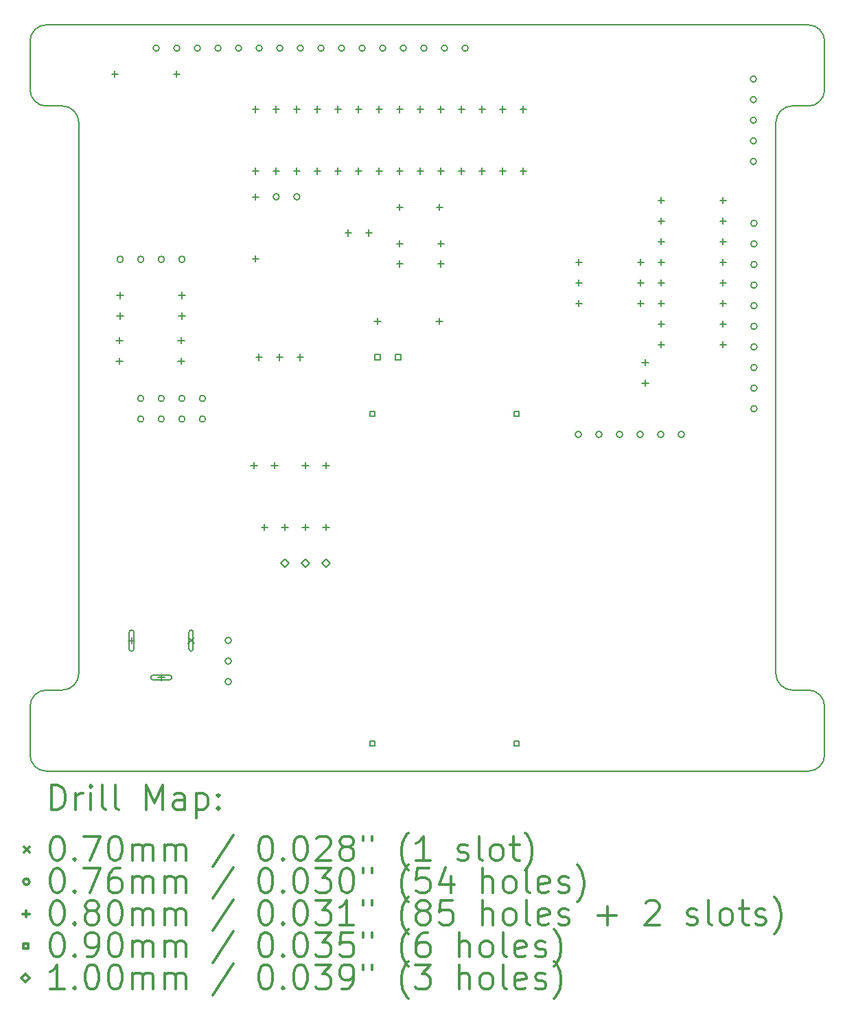
<source format=gbr>
%FSLAX45Y45*%
G04 Gerber Fmt 4.5, Leading zero omitted, Abs format (unit mm)*
G04 Created by KiCad (PCBNEW 4.0.7-e2-6376~58~ubuntu16.04.1) date Mon Oct 15 06:01:08 2018*
%MOMM*%
%LPD*%
G01*
G04 APERTURE LIST*
%ADD10C,0.127000*%
%ADD11C,0.150000*%
%ADD12C,0.200000*%
%ADD13C,0.300000*%
G04 APERTURE END LIST*
D10*
D11*
X18204692Y-13739228D02*
X8804692Y-13739228D01*
X8604692Y-12939228D02*
X8604692Y-13539228D01*
X9004692Y-12739228D02*
X8804692Y-12739228D01*
X9204692Y-5739228D02*
X9204692Y-12539228D01*
X8804692Y-5539228D02*
X9004692Y-5539228D01*
X8604692Y-4739228D02*
X8604692Y-5339228D01*
X18204692Y-4539228D02*
X8804692Y-4539228D01*
X18404692Y-5339228D02*
X18404692Y-4739228D01*
X18004692Y-5539228D02*
X18204692Y-5539228D01*
X17804692Y-12539228D02*
X17804692Y-5739228D01*
X18204692Y-12739228D02*
X18004692Y-12739228D01*
X18404692Y-13539228D02*
X18404692Y-12939228D01*
X8604692Y-13539228D02*
G75*
G03X8804692Y-13739228I200000J0D01*
G01*
X8804692Y-12739228D02*
G75*
G03X8604692Y-12939228I0J-200000D01*
G01*
X9004692Y-12739228D02*
G75*
G03X9204692Y-12539228I0J200000D01*
G01*
X9204692Y-5739228D02*
G75*
G03X9004692Y-5539228I-200000J0D01*
G01*
X8604692Y-5339228D02*
G75*
G03X8804692Y-5539228I200000J0D01*
G01*
X8804692Y-4539228D02*
G75*
G03X8604692Y-4739228I0J-200000D01*
G01*
X18204692Y-13739228D02*
G75*
G03X18404692Y-13539228I0J200000D01*
G01*
X18404692Y-12939228D02*
G75*
G03X18204692Y-12739228I-200000J0D01*
G01*
X17804692Y-12539228D02*
G75*
G03X18004692Y-12739228I200000J0D01*
G01*
X18004692Y-5539228D02*
G75*
G03X17804692Y-5739228I0J-200000D01*
G01*
X18204692Y-5539228D02*
G75*
G03X18404692Y-5339228I0J200000D01*
G01*
X18404692Y-4739228D02*
G75*
G03X18204692Y-4539228I-200000J0D01*
G01*
D12*
X10556000Y-12093500D02*
X10626000Y-12163500D01*
X10626000Y-12093500D02*
X10556000Y-12163500D01*
X10616000Y-12233500D02*
X10616000Y-12023500D01*
X10566000Y-12233500D02*
X10566000Y-12023500D01*
X10616000Y-12023500D02*
G75*
G03X10566000Y-12023500I-25000J0D01*
G01*
X10566000Y-12233500D02*
G75*
G03X10616000Y-12233500I25000J0D01*
G01*
X9753600Y-7429500D02*
G75*
G03X9753600Y-7429500I-38100J0D01*
G01*
X10007600Y-7429500D02*
G75*
G03X10007600Y-7429500I-38100J0D01*
G01*
X10007600Y-9144000D02*
G75*
G03X10007600Y-9144000I-38100J0D01*
G01*
X10007600Y-9398000D02*
G75*
G03X10007600Y-9398000I-38100J0D01*
G01*
X10198100Y-4826000D02*
G75*
G03X10198100Y-4826000I-38100J0D01*
G01*
X10261600Y-7429500D02*
G75*
G03X10261600Y-7429500I-38100J0D01*
G01*
X10261600Y-9144000D02*
G75*
G03X10261600Y-9144000I-38100J0D01*
G01*
X10261600Y-9398000D02*
G75*
G03X10261600Y-9398000I-38100J0D01*
G01*
X10452100Y-4826000D02*
G75*
G03X10452100Y-4826000I-38100J0D01*
G01*
X10515600Y-7429500D02*
G75*
G03X10515600Y-7429500I-38100J0D01*
G01*
X10515600Y-9144000D02*
G75*
G03X10515600Y-9144000I-38100J0D01*
G01*
X10515600Y-9398000D02*
G75*
G03X10515600Y-9398000I-38100J0D01*
G01*
X10706100Y-4826000D02*
G75*
G03X10706100Y-4826000I-38100J0D01*
G01*
X10769600Y-9144000D02*
G75*
G03X10769600Y-9144000I-38100J0D01*
G01*
X10769600Y-9398000D02*
G75*
G03X10769600Y-9398000I-38100J0D01*
G01*
X10960100Y-4826000D02*
G75*
G03X10960100Y-4826000I-38100J0D01*
G01*
X11087100Y-12128500D02*
G75*
G03X11087100Y-12128500I-38100J0D01*
G01*
X11087100Y-12382500D02*
G75*
G03X11087100Y-12382500I-38100J0D01*
G01*
X11087100Y-12636500D02*
G75*
G03X11087100Y-12636500I-38100J0D01*
G01*
X11214100Y-4826000D02*
G75*
G03X11214100Y-4826000I-38100J0D01*
G01*
X11468100Y-4826000D02*
G75*
G03X11468100Y-4826000I-38100J0D01*
G01*
X11678792Y-6658528D02*
G75*
G03X11678792Y-6658528I-38100J0D01*
G01*
X11722100Y-4826000D02*
G75*
G03X11722100Y-4826000I-38100J0D01*
G01*
X11932792Y-6658528D02*
G75*
G03X11932792Y-6658528I-38100J0D01*
G01*
X11976100Y-4826000D02*
G75*
G03X11976100Y-4826000I-38100J0D01*
G01*
X12230100Y-4826000D02*
G75*
G03X12230100Y-4826000I-38100J0D01*
G01*
X12484100Y-4826000D02*
G75*
G03X12484100Y-4826000I-38100J0D01*
G01*
X12738100Y-4826000D02*
G75*
G03X12738100Y-4826000I-38100J0D01*
G01*
X12992100Y-4826000D02*
G75*
G03X12992100Y-4826000I-38100J0D01*
G01*
X13246100Y-4826000D02*
G75*
G03X13246100Y-4826000I-38100J0D01*
G01*
X13500100Y-4826000D02*
G75*
G03X13500100Y-4826000I-38100J0D01*
G01*
X13754100Y-4826000D02*
G75*
G03X13754100Y-4826000I-38100J0D01*
G01*
X14008100Y-4826000D02*
G75*
G03X14008100Y-4826000I-38100J0D01*
G01*
X15405100Y-9588500D02*
G75*
G03X15405100Y-9588500I-38100J0D01*
G01*
X15659100Y-9588500D02*
G75*
G03X15659100Y-9588500I-38100J0D01*
G01*
X15913100Y-9588500D02*
G75*
G03X15913100Y-9588500I-38100J0D01*
G01*
X16167100Y-9588500D02*
G75*
G03X16167100Y-9588500I-38100J0D01*
G01*
X16421100Y-9588500D02*
G75*
G03X16421100Y-9588500I-38100J0D01*
G01*
X16675100Y-9588500D02*
G75*
G03X16675100Y-9588500I-38100J0D01*
G01*
X17564100Y-5207000D02*
G75*
G03X17564100Y-5207000I-38100J0D01*
G01*
X17564100Y-5461000D02*
G75*
G03X17564100Y-5461000I-38100J0D01*
G01*
X17564100Y-5715000D02*
G75*
G03X17564100Y-5715000I-38100J0D01*
G01*
X17564100Y-5969000D02*
G75*
G03X17564100Y-5969000I-38100J0D01*
G01*
X17564100Y-6223000D02*
G75*
G03X17564100Y-6223000I-38100J0D01*
G01*
X17571604Y-6985000D02*
G75*
G03X17571604Y-6985000I-38100J0D01*
G01*
X17571604Y-7239000D02*
G75*
G03X17571604Y-7239000I-38100J0D01*
G01*
X17571604Y-7493000D02*
G75*
G03X17571604Y-7493000I-38100J0D01*
G01*
X17571604Y-7747000D02*
G75*
G03X17571604Y-7747000I-38100J0D01*
G01*
X17571604Y-8001000D02*
G75*
G03X17571604Y-8001000I-38100J0D01*
G01*
X17571604Y-8255000D02*
G75*
G03X17571604Y-8255000I-38100J0D01*
G01*
X17571604Y-8509000D02*
G75*
G03X17571604Y-8509000I-38100J0D01*
G01*
X17571604Y-8763000D02*
G75*
G03X17571604Y-8763000I-38100J0D01*
G01*
X17571604Y-9017000D02*
G75*
G03X17571604Y-9017000I-38100J0D01*
G01*
X17571604Y-9271000D02*
G75*
G03X17571604Y-9271000I-38100J0D01*
G01*
X9652000Y-5103500D02*
X9652000Y-5183500D01*
X9612000Y-5143500D02*
X9692000Y-5143500D01*
X9706192Y-8389528D02*
X9706192Y-8469528D01*
X9666192Y-8429528D02*
X9746192Y-8429528D01*
X9706192Y-8643528D02*
X9706192Y-8723528D01*
X9666192Y-8683528D02*
X9746192Y-8683528D01*
X9715500Y-7834000D02*
X9715500Y-7914000D01*
X9675500Y-7874000D02*
X9755500Y-7874000D01*
X9715500Y-8088000D02*
X9715500Y-8168000D01*
X9675500Y-8128000D02*
X9755500Y-8128000D01*
X9856000Y-12088500D02*
X9856000Y-12168500D01*
X9816000Y-12128500D02*
X9896000Y-12128500D01*
X9886000Y-12228500D02*
X9886000Y-12028500D01*
X9826000Y-12228500D02*
X9826000Y-12028500D01*
X9886000Y-12028500D02*
G75*
G03X9826000Y-12028500I-30000J0D01*
G01*
X9826000Y-12228500D02*
G75*
G03X9886000Y-12228500I30000J0D01*
G01*
X10223500Y-12544000D02*
X10223500Y-12624000D01*
X10183500Y-12584000D02*
X10263500Y-12584000D01*
X10123500Y-12614000D02*
X10323500Y-12614000D01*
X10123500Y-12554000D02*
X10323500Y-12554000D01*
X10323500Y-12614000D02*
G75*
G03X10323500Y-12554000I0J30000D01*
G01*
X10123500Y-12554000D02*
G75*
G03X10123500Y-12614000I0J-30000D01*
G01*
X10414000Y-5103500D02*
X10414000Y-5183500D01*
X10374000Y-5143500D02*
X10454000Y-5143500D01*
X10468192Y-8389528D02*
X10468192Y-8469528D01*
X10428192Y-8429528D02*
X10508192Y-8429528D01*
X10468192Y-8643528D02*
X10468192Y-8723528D01*
X10428192Y-8683528D02*
X10508192Y-8683528D01*
X10477500Y-7834000D02*
X10477500Y-7914000D01*
X10437500Y-7874000D02*
X10517500Y-7874000D01*
X10477500Y-8088000D02*
X10477500Y-8168000D01*
X10437500Y-8128000D02*
X10517500Y-8128000D01*
X11366500Y-9929500D02*
X11366500Y-10009500D01*
X11326500Y-9969500D02*
X11406500Y-9969500D01*
X11386692Y-5539028D02*
X11386692Y-5619028D01*
X11346692Y-5579028D02*
X11426692Y-5579028D01*
X11386692Y-6301028D02*
X11386692Y-6381028D01*
X11346692Y-6341028D02*
X11426692Y-6341028D01*
X11386692Y-6618528D02*
X11386692Y-6698528D01*
X11346692Y-6658528D02*
X11426692Y-6658528D01*
X11386692Y-7380528D02*
X11386692Y-7460528D01*
X11346692Y-7420528D02*
X11426692Y-7420528D01*
X11430000Y-8596000D02*
X11430000Y-8676000D01*
X11390000Y-8636000D02*
X11470000Y-8636000D01*
X11497500Y-10691500D02*
X11497500Y-10771500D01*
X11457500Y-10731500D02*
X11537500Y-10731500D01*
X11620500Y-9929500D02*
X11620500Y-10009500D01*
X11580500Y-9969500D02*
X11660500Y-9969500D01*
X11640692Y-5539028D02*
X11640692Y-5619028D01*
X11600692Y-5579028D02*
X11680692Y-5579028D01*
X11640692Y-6301028D02*
X11640692Y-6381028D01*
X11600692Y-6341028D02*
X11680692Y-6341028D01*
X11684000Y-8596000D02*
X11684000Y-8676000D01*
X11644000Y-8636000D02*
X11724000Y-8636000D01*
X11747500Y-10691500D02*
X11747500Y-10771500D01*
X11707500Y-10731500D02*
X11787500Y-10731500D01*
X11894692Y-5539028D02*
X11894692Y-5619028D01*
X11854692Y-5579028D02*
X11934692Y-5579028D01*
X11894692Y-6301028D02*
X11894692Y-6381028D01*
X11854692Y-6341028D02*
X11934692Y-6341028D01*
X11938000Y-8596000D02*
X11938000Y-8676000D01*
X11898000Y-8636000D02*
X11978000Y-8636000D01*
X12001500Y-9929500D02*
X12001500Y-10009500D01*
X11961500Y-9969500D02*
X12041500Y-9969500D01*
X12001500Y-10691500D02*
X12001500Y-10771500D01*
X11961500Y-10731500D02*
X12041500Y-10731500D01*
X12148692Y-5539028D02*
X12148692Y-5619028D01*
X12108692Y-5579028D02*
X12188692Y-5579028D01*
X12148692Y-6301028D02*
X12148692Y-6381028D01*
X12108692Y-6341028D02*
X12188692Y-6341028D01*
X12255500Y-9929500D02*
X12255500Y-10009500D01*
X12215500Y-9969500D02*
X12295500Y-9969500D01*
X12255500Y-10691500D02*
X12255500Y-10771500D01*
X12215500Y-10731500D02*
X12295500Y-10731500D01*
X12402692Y-5539028D02*
X12402692Y-5619028D01*
X12362692Y-5579028D02*
X12442692Y-5579028D01*
X12402692Y-6301028D02*
X12402692Y-6381028D01*
X12362692Y-6341028D02*
X12442692Y-6341028D01*
X12529692Y-7063028D02*
X12529692Y-7143028D01*
X12489692Y-7103028D02*
X12569692Y-7103028D01*
X12656692Y-5539028D02*
X12656692Y-5619028D01*
X12616692Y-5579028D02*
X12696692Y-5579028D01*
X12656692Y-6301028D02*
X12656692Y-6381028D01*
X12616692Y-6341028D02*
X12696692Y-6341028D01*
X12783692Y-7063028D02*
X12783692Y-7143028D01*
X12743692Y-7103028D02*
X12823692Y-7103028D01*
X12890500Y-8151500D02*
X12890500Y-8231500D01*
X12850500Y-8191500D02*
X12930500Y-8191500D01*
X12910692Y-5539028D02*
X12910692Y-5619028D01*
X12870692Y-5579028D02*
X12950692Y-5579028D01*
X12910692Y-6301028D02*
X12910692Y-6381028D01*
X12870692Y-6341028D02*
X12950692Y-6341028D01*
X13164692Y-5539028D02*
X13164692Y-5619028D01*
X13124692Y-5579028D02*
X13204692Y-5579028D01*
X13164692Y-6301028D02*
X13164692Y-6381028D01*
X13124692Y-6341028D02*
X13204692Y-6341028D01*
X13164692Y-6745528D02*
X13164692Y-6825528D01*
X13124692Y-6785528D02*
X13204692Y-6785528D01*
X13164692Y-7194028D02*
X13164692Y-7274028D01*
X13124692Y-7234028D02*
X13204692Y-7234028D01*
X13164692Y-7444028D02*
X13164692Y-7524028D01*
X13124692Y-7484028D02*
X13204692Y-7484028D01*
X13418692Y-5539028D02*
X13418692Y-5619028D01*
X13378692Y-5579028D02*
X13458692Y-5579028D01*
X13418692Y-6301028D02*
X13418692Y-6381028D01*
X13378692Y-6341028D02*
X13458692Y-6341028D01*
X13652500Y-8151500D02*
X13652500Y-8231500D01*
X13612500Y-8191500D02*
X13692500Y-8191500D01*
X13654692Y-6745528D02*
X13654692Y-6825528D01*
X13614692Y-6785528D02*
X13694692Y-6785528D01*
X13672692Y-5539028D02*
X13672692Y-5619028D01*
X13632692Y-5579028D02*
X13712692Y-5579028D01*
X13672692Y-6301028D02*
X13672692Y-6381028D01*
X13632692Y-6341028D02*
X13712692Y-6341028D01*
X13672692Y-7194028D02*
X13672692Y-7274028D01*
X13632692Y-7234028D02*
X13712692Y-7234028D01*
X13672692Y-7444028D02*
X13672692Y-7524028D01*
X13632692Y-7484028D02*
X13712692Y-7484028D01*
X13926692Y-5539028D02*
X13926692Y-5619028D01*
X13886692Y-5579028D02*
X13966692Y-5579028D01*
X13926692Y-6301028D02*
X13926692Y-6381028D01*
X13886692Y-6341028D02*
X13966692Y-6341028D01*
X14180692Y-5539028D02*
X14180692Y-5619028D01*
X14140692Y-5579028D02*
X14220692Y-5579028D01*
X14180692Y-6301028D02*
X14180692Y-6381028D01*
X14140692Y-6341028D02*
X14220692Y-6341028D01*
X14434692Y-5539028D02*
X14434692Y-5619028D01*
X14394692Y-5579028D02*
X14474692Y-5579028D01*
X14434692Y-6301028D02*
X14434692Y-6381028D01*
X14394692Y-6341028D02*
X14474692Y-6341028D01*
X14688692Y-5539028D02*
X14688692Y-5619028D01*
X14648692Y-5579028D02*
X14728692Y-5579028D01*
X14688692Y-6301028D02*
X14688692Y-6381028D01*
X14648692Y-6341028D02*
X14728692Y-6341028D01*
X15374504Y-7424305D02*
X15374504Y-7504305D01*
X15334504Y-7464305D02*
X15414504Y-7464305D01*
X15374504Y-7678305D02*
X15374504Y-7758305D01*
X15334504Y-7718305D02*
X15414504Y-7718305D01*
X15374504Y-7932305D02*
X15374504Y-8012305D01*
X15334504Y-7972305D02*
X15414504Y-7972305D01*
X16136504Y-7424305D02*
X16136504Y-7504305D01*
X16096504Y-7464305D02*
X16176504Y-7464305D01*
X16136504Y-7678305D02*
X16136504Y-7758305D01*
X16096504Y-7718305D02*
X16176504Y-7718305D01*
X16136504Y-7932305D02*
X16136504Y-8012305D01*
X16096504Y-7972305D02*
X16176504Y-7972305D01*
X16192500Y-8659500D02*
X16192500Y-8739500D01*
X16152500Y-8699500D02*
X16232500Y-8699500D01*
X16192500Y-8913500D02*
X16192500Y-8993500D01*
X16152500Y-8953500D02*
X16232500Y-8953500D01*
X16390504Y-6662305D02*
X16390504Y-6742305D01*
X16350504Y-6702305D02*
X16430504Y-6702305D01*
X16390504Y-6916305D02*
X16390504Y-6996305D01*
X16350504Y-6956305D02*
X16430504Y-6956305D01*
X16390504Y-7170305D02*
X16390504Y-7250305D01*
X16350504Y-7210305D02*
X16430504Y-7210305D01*
X16390504Y-7424305D02*
X16390504Y-7504305D01*
X16350504Y-7464305D02*
X16430504Y-7464305D01*
X16390504Y-7678305D02*
X16390504Y-7758305D01*
X16350504Y-7718305D02*
X16430504Y-7718305D01*
X16390504Y-7932305D02*
X16390504Y-8012305D01*
X16350504Y-7972305D02*
X16430504Y-7972305D01*
X16390504Y-8186305D02*
X16390504Y-8266305D01*
X16350504Y-8226305D02*
X16430504Y-8226305D01*
X16390504Y-8440305D02*
X16390504Y-8520305D01*
X16350504Y-8480305D02*
X16430504Y-8480305D01*
X17152504Y-6662305D02*
X17152504Y-6742305D01*
X17112504Y-6702305D02*
X17192504Y-6702305D01*
X17152504Y-6916305D02*
X17152504Y-6996305D01*
X17112504Y-6956305D02*
X17192504Y-6956305D01*
X17152504Y-7170305D02*
X17152504Y-7250305D01*
X17112504Y-7210305D02*
X17192504Y-7210305D01*
X17152504Y-7424305D02*
X17152504Y-7504305D01*
X17112504Y-7464305D02*
X17192504Y-7464305D01*
X17152504Y-7678305D02*
X17152504Y-7758305D01*
X17112504Y-7718305D02*
X17192504Y-7718305D01*
X17152504Y-7932305D02*
X17152504Y-8012305D01*
X17112504Y-7972305D02*
X17192504Y-7972305D01*
X17152504Y-8186305D02*
X17152504Y-8266305D01*
X17112504Y-8226305D02*
X17192504Y-8226305D01*
X17152504Y-8440305D02*
X17152504Y-8520305D01*
X17112504Y-8480305D02*
X17192504Y-8480305D01*
X12858820Y-9366320D02*
X12858820Y-9302680D01*
X12795180Y-9302680D01*
X12795180Y-9366320D01*
X12858820Y-9366320D01*
X12858820Y-13430320D02*
X12858820Y-13366680D01*
X12795180Y-13366680D01*
X12795180Y-13430320D01*
X12858820Y-13430320D01*
X12922320Y-8667820D02*
X12922320Y-8604180D01*
X12858680Y-8604180D01*
X12858680Y-8667820D01*
X12922320Y-8667820D01*
X13176320Y-8667820D02*
X13176320Y-8604180D01*
X13112680Y-8604180D01*
X13112680Y-8667820D01*
X13176320Y-8667820D01*
X14636820Y-9366320D02*
X14636820Y-9302680D01*
X14573180Y-9302680D01*
X14573180Y-9366320D01*
X14636820Y-9366320D01*
X14636820Y-13430320D02*
X14636820Y-13366680D01*
X14573180Y-13366680D01*
X14573180Y-13430320D01*
X14636820Y-13430320D01*
X11747500Y-11226000D02*
X11797500Y-11176000D01*
X11747500Y-11126000D01*
X11697500Y-11176000D01*
X11747500Y-11226000D01*
X12001500Y-11226000D02*
X12051500Y-11176000D01*
X12001500Y-11126000D01*
X11951500Y-11176000D01*
X12001500Y-11226000D01*
X12255500Y-11226000D02*
X12305500Y-11176000D01*
X12255500Y-11126000D01*
X12205500Y-11176000D01*
X12255500Y-11226000D01*
D13*
X8868621Y-14212442D02*
X8868621Y-13912442D01*
X8940049Y-13912442D01*
X8982906Y-13926728D01*
X9011478Y-13955299D01*
X9025763Y-13983871D01*
X9040049Y-14041014D01*
X9040049Y-14083871D01*
X9025763Y-14141014D01*
X9011478Y-14169585D01*
X8982906Y-14198156D01*
X8940049Y-14212442D01*
X8868621Y-14212442D01*
X9168621Y-14212442D02*
X9168621Y-14012442D01*
X9168621Y-14069585D02*
X9182906Y-14041014D01*
X9197192Y-14026728D01*
X9225763Y-14012442D01*
X9254335Y-14012442D01*
X9354335Y-14212442D02*
X9354335Y-14012442D01*
X9354335Y-13912442D02*
X9340049Y-13926728D01*
X9354335Y-13941014D01*
X9368621Y-13926728D01*
X9354335Y-13912442D01*
X9354335Y-13941014D01*
X9540049Y-14212442D02*
X9511478Y-14198156D01*
X9497192Y-14169585D01*
X9497192Y-13912442D01*
X9697192Y-14212442D02*
X9668621Y-14198156D01*
X9654335Y-14169585D01*
X9654335Y-13912442D01*
X10040049Y-14212442D02*
X10040049Y-13912442D01*
X10140049Y-14126728D01*
X10240049Y-13912442D01*
X10240049Y-14212442D01*
X10511478Y-14212442D02*
X10511478Y-14055299D01*
X10497192Y-14026728D01*
X10468621Y-14012442D01*
X10411478Y-14012442D01*
X10382906Y-14026728D01*
X10511478Y-14198156D02*
X10482906Y-14212442D01*
X10411478Y-14212442D01*
X10382906Y-14198156D01*
X10368621Y-14169585D01*
X10368621Y-14141014D01*
X10382906Y-14112442D01*
X10411478Y-14098156D01*
X10482906Y-14098156D01*
X10511478Y-14083871D01*
X10654335Y-14012442D02*
X10654335Y-14312442D01*
X10654335Y-14026728D02*
X10682906Y-14012442D01*
X10740049Y-14012442D01*
X10768621Y-14026728D01*
X10782906Y-14041014D01*
X10797192Y-14069585D01*
X10797192Y-14155299D01*
X10782906Y-14183871D01*
X10768621Y-14198156D01*
X10740049Y-14212442D01*
X10682906Y-14212442D01*
X10654335Y-14198156D01*
X10925763Y-14183871D02*
X10940049Y-14198156D01*
X10925763Y-14212442D01*
X10911478Y-14198156D01*
X10925763Y-14183871D01*
X10925763Y-14212442D01*
X10925763Y-14026728D02*
X10940049Y-14041014D01*
X10925763Y-14055299D01*
X10911478Y-14041014D01*
X10925763Y-14026728D01*
X10925763Y-14055299D01*
X8527192Y-14671728D02*
X8597192Y-14741728D01*
X8597192Y-14671728D02*
X8527192Y-14741728D01*
X8925763Y-14542442D02*
X8954335Y-14542442D01*
X8982906Y-14556728D01*
X8997192Y-14571014D01*
X9011478Y-14599585D01*
X9025763Y-14656728D01*
X9025763Y-14728156D01*
X9011478Y-14785299D01*
X8997192Y-14813871D01*
X8982906Y-14828156D01*
X8954335Y-14842442D01*
X8925763Y-14842442D01*
X8897192Y-14828156D01*
X8882906Y-14813871D01*
X8868621Y-14785299D01*
X8854335Y-14728156D01*
X8854335Y-14656728D01*
X8868621Y-14599585D01*
X8882906Y-14571014D01*
X8897192Y-14556728D01*
X8925763Y-14542442D01*
X9154335Y-14813871D02*
X9168621Y-14828156D01*
X9154335Y-14842442D01*
X9140049Y-14828156D01*
X9154335Y-14813871D01*
X9154335Y-14842442D01*
X9268620Y-14542442D02*
X9468620Y-14542442D01*
X9340049Y-14842442D01*
X9640049Y-14542442D02*
X9668621Y-14542442D01*
X9697192Y-14556728D01*
X9711478Y-14571014D01*
X9725763Y-14599585D01*
X9740049Y-14656728D01*
X9740049Y-14728156D01*
X9725763Y-14785299D01*
X9711478Y-14813871D01*
X9697192Y-14828156D01*
X9668621Y-14842442D01*
X9640049Y-14842442D01*
X9611478Y-14828156D01*
X9597192Y-14813871D01*
X9582906Y-14785299D01*
X9568621Y-14728156D01*
X9568621Y-14656728D01*
X9582906Y-14599585D01*
X9597192Y-14571014D01*
X9611478Y-14556728D01*
X9640049Y-14542442D01*
X9868621Y-14842442D02*
X9868621Y-14642442D01*
X9868621Y-14671014D02*
X9882906Y-14656728D01*
X9911478Y-14642442D01*
X9954335Y-14642442D01*
X9982906Y-14656728D01*
X9997192Y-14685299D01*
X9997192Y-14842442D01*
X9997192Y-14685299D02*
X10011478Y-14656728D01*
X10040049Y-14642442D01*
X10082906Y-14642442D01*
X10111478Y-14656728D01*
X10125763Y-14685299D01*
X10125763Y-14842442D01*
X10268621Y-14842442D02*
X10268621Y-14642442D01*
X10268621Y-14671014D02*
X10282906Y-14656728D01*
X10311478Y-14642442D01*
X10354335Y-14642442D01*
X10382906Y-14656728D01*
X10397192Y-14685299D01*
X10397192Y-14842442D01*
X10397192Y-14685299D02*
X10411478Y-14656728D01*
X10440049Y-14642442D01*
X10482906Y-14642442D01*
X10511478Y-14656728D01*
X10525763Y-14685299D01*
X10525763Y-14842442D01*
X11111478Y-14528156D02*
X10854335Y-14913871D01*
X11497192Y-14542442D02*
X11525763Y-14542442D01*
X11554335Y-14556728D01*
X11568620Y-14571014D01*
X11582906Y-14599585D01*
X11597192Y-14656728D01*
X11597192Y-14728156D01*
X11582906Y-14785299D01*
X11568620Y-14813871D01*
X11554335Y-14828156D01*
X11525763Y-14842442D01*
X11497192Y-14842442D01*
X11468620Y-14828156D01*
X11454335Y-14813871D01*
X11440049Y-14785299D01*
X11425763Y-14728156D01*
X11425763Y-14656728D01*
X11440049Y-14599585D01*
X11454335Y-14571014D01*
X11468620Y-14556728D01*
X11497192Y-14542442D01*
X11725763Y-14813871D02*
X11740049Y-14828156D01*
X11725763Y-14842442D01*
X11711478Y-14828156D01*
X11725763Y-14813871D01*
X11725763Y-14842442D01*
X11925763Y-14542442D02*
X11954335Y-14542442D01*
X11982906Y-14556728D01*
X11997192Y-14571014D01*
X12011477Y-14599585D01*
X12025763Y-14656728D01*
X12025763Y-14728156D01*
X12011477Y-14785299D01*
X11997192Y-14813871D01*
X11982906Y-14828156D01*
X11954335Y-14842442D01*
X11925763Y-14842442D01*
X11897192Y-14828156D01*
X11882906Y-14813871D01*
X11868620Y-14785299D01*
X11854335Y-14728156D01*
X11854335Y-14656728D01*
X11868620Y-14599585D01*
X11882906Y-14571014D01*
X11897192Y-14556728D01*
X11925763Y-14542442D01*
X12140049Y-14571014D02*
X12154335Y-14556728D01*
X12182906Y-14542442D01*
X12254335Y-14542442D01*
X12282906Y-14556728D01*
X12297192Y-14571014D01*
X12311477Y-14599585D01*
X12311477Y-14628156D01*
X12297192Y-14671014D01*
X12125763Y-14842442D01*
X12311477Y-14842442D01*
X12482906Y-14671014D02*
X12454335Y-14656728D01*
X12440049Y-14642442D01*
X12425763Y-14613871D01*
X12425763Y-14599585D01*
X12440049Y-14571014D01*
X12454335Y-14556728D01*
X12482906Y-14542442D01*
X12540049Y-14542442D01*
X12568620Y-14556728D01*
X12582906Y-14571014D01*
X12597192Y-14599585D01*
X12597192Y-14613871D01*
X12582906Y-14642442D01*
X12568620Y-14656728D01*
X12540049Y-14671014D01*
X12482906Y-14671014D01*
X12454335Y-14685299D01*
X12440049Y-14699585D01*
X12425763Y-14728156D01*
X12425763Y-14785299D01*
X12440049Y-14813871D01*
X12454335Y-14828156D01*
X12482906Y-14842442D01*
X12540049Y-14842442D01*
X12568620Y-14828156D01*
X12582906Y-14813871D01*
X12597192Y-14785299D01*
X12597192Y-14728156D01*
X12582906Y-14699585D01*
X12568620Y-14685299D01*
X12540049Y-14671014D01*
X12711478Y-14542442D02*
X12711478Y-14599585D01*
X12825763Y-14542442D02*
X12825763Y-14599585D01*
X13268620Y-14956728D02*
X13254335Y-14942442D01*
X13225763Y-14899585D01*
X13211477Y-14871014D01*
X13197192Y-14828156D01*
X13182906Y-14756728D01*
X13182906Y-14699585D01*
X13197192Y-14628156D01*
X13211477Y-14585299D01*
X13225763Y-14556728D01*
X13254335Y-14513871D01*
X13268620Y-14499585D01*
X13540049Y-14842442D02*
X13368620Y-14842442D01*
X13454335Y-14842442D02*
X13454335Y-14542442D01*
X13425763Y-14585299D01*
X13397192Y-14613871D01*
X13368620Y-14628156D01*
X13882906Y-14828156D02*
X13911477Y-14842442D01*
X13968620Y-14842442D01*
X13997192Y-14828156D01*
X14011477Y-14799585D01*
X14011477Y-14785299D01*
X13997192Y-14756728D01*
X13968620Y-14742442D01*
X13925763Y-14742442D01*
X13897192Y-14728156D01*
X13882906Y-14699585D01*
X13882906Y-14685299D01*
X13897192Y-14656728D01*
X13925763Y-14642442D01*
X13968620Y-14642442D01*
X13997192Y-14656728D01*
X14182906Y-14842442D02*
X14154335Y-14828156D01*
X14140049Y-14799585D01*
X14140049Y-14542442D01*
X14340049Y-14842442D02*
X14311477Y-14828156D01*
X14297192Y-14813871D01*
X14282906Y-14785299D01*
X14282906Y-14699585D01*
X14297192Y-14671014D01*
X14311477Y-14656728D01*
X14340049Y-14642442D01*
X14382906Y-14642442D01*
X14411477Y-14656728D01*
X14425763Y-14671014D01*
X14440049Y-14699585D01*
X14440049Y-14785299D01*
X14425763Y-14813871D01*
X14411477Y-14828156D01*
X14382906Y-14842442D01*
X14340049Y-14842442D01*
X14525763Y-14642442D02*
X14640049Y-14642442D01*
X14568620Y-14542442D02*
X14568620Y-14799585D01*
X14582906Y-14828156D01*
X14611477Y-14842442D01*
X14640049Y-14842442D01*
X14711477Y-14956728D02*
X14725763Y-14942442D01*
X14754335Y-14899585D01*
X14768620Y-14871014D01*
X14782906Y-14828156D01*
X14797192Y-14756728D01*
X14797192Y-14699585D01*
X14782906Y-14628156D01*
X14768620Y-14585299D01*
X14754335Y-14556728D01*
X14725763Y-14513871D01*
X14711477Y-14499585D01*
X8597192Y-15102728D02*
G75*
G03X8597192Y-15102728I-38100J0D01*
G01*
X8925763Y-14938442D02*
X8954335Y-14938442D01*
X8982906Y-14952728D01*
X8997192Y-14967014D01*
X9011478Y-14995585D01*
X9025763Y-15052728D01*
X9025763Y-15124156D01*
X9011478Y-15181299D01*
X8997192Y-15209871D01*
X8982906Y-15224156D01*
X8954335Y-15238442D01*
X8925763Y-15238442D01*
X8897192Y-15224156D01*
X8882906Y-15209871D01*
X8868621Y-15181299D01*
X8854335Y-15124156D01*
X8854335Y-15052728D01*
X8868621Y-14995585D01*
X8882906Y-14967014D01*
X8897192Y-14952728D01*
X8925763Y-14938442D01*
X9154335Y-15209871D02*
X9168621Y-15224156D01*
X9154335Y-15238442D01*
X9140049Y-15224156D01*
X9154335Y-15209871D01*
X9154335Y-15238442D01*
X9268620Y-14938442D02*
X9468620Y-14938442D01*
X9340049Y-15238442D01*
X9711478Y-14938442D02*
X9654335Y-14938442D01*
X9625763Y-14952728D01*
X9611478Y-14967014D01*
X9582906Y-15009871D01*
X9568621Y-15067014D01*
X9568621Y-15181299D01*
X9582906Y-15209871D01*
X9597192Y-15224156D01*
X9625763Y-15238442D01*
X9682906Y-15238442D01*
X9711478Y-15224156D01*
X9725763Y-15209871D01*
X9740049Y-15181299D01*
X9740049Y-15109871D01*
X9725763Y-15081299D01*
X9711478Y-15067014D01*
X9682906Y-15052728D01*
X9625763Y-15052728D01*
X9597192Y-15067014D01*
X9582906Y-15081299D01*
X9568621Y-15109871D01*
X9868621Y-15238442D02*
X9868621Y-15038442D01*
X9868621Y-15067014D02*
X9882906Y-15052728D01*
X9911478Y-15038442D01*
X9954335Y-15038442D01*
X9982906Y-15052728D01*
X9997192Y-15081299D01*
X9997192Y-15238442D01*
X9997192Y-15081299D02*
X10011478Y-15052728D01*
X10040049Y-15038442D01*
X10082906Y-15038442D01*
X10111478Y-15052728D01*
X10125763Y-15081299D01*
X10125763Y-15238442D01*
X10268621Y-15238442D02*
X10268621Y-15038442D01*
X10268621Y-15067014D02*
X10282906Y-15052728D01*
X10311478Y-15038442D01*
X10354335Y-15038442D01*
X10382906Y-15052728D01*
X10397192Y-15081299D01*
X10397192Y-15238442D01*
X10397192Y-15081299D02*
X10411478Y-15052728D01*
X10440049Y-15038442D01*
X10482906Y-15038442D01*
X10511478Y-15052728D01*
X10525763Y-15081299D01*
X10525763Y-15238442D01*
X11111478Y-14924156D02*
X10854335Y-15309871D01*
X11497192Y-14938442D02*
X11525763Y-14938442D01*
X11554335Y-14952728D01*
X11568620Y-14967014D01*
X11582906Y-14995585D01*
X11597192Y-15052728D01*
X11597192Y-15124156D01*
X11582906Y-15181299D01*
X11568620Y-15209871D01*
X11554335Y-15224156D01*
X11525763Y-15238442D01*
X11497192Y-15238442D01*
X11468620Y-15224156D01*
X11454335Y-15209871D01*
X11440049Y-15181299D01*
X11425763Y-15124156D01*
X11425763Y-15052728D01*
X11440049Y-14995585D01*
X11454335Y-14967014D01*
X11468620Y-14952728D01*
X11497192Y-14938442D01*
X11725763Y-15209871D02*
X11740049Y-15224156D01*
X11725763Y-15238442D01*
X11711478Y-15224156D01*
X11725763Y-15209871D01*
X11725763Y-15238442D01*
X11925763Y-14938442D02*
X11954335Y-14938442D01*
X11982906Y-14952728D01*
X11997192Y-14967014D01*
X12011477Y-14995585D01*
X12025763Y-15052728D01*
X12025763Y-15124156D01*
X12011477Y-15181299D01*
X11997192Y-15209871D01*
X11982906Y-15224156D01*
X11954335Y-15238442D01*
X11925763Y-15238442D01*
X11897192Y-15224156D01*
X11882906Y-15209871D01*
X11868620Y-15181299D01*
X11854335Y-15124156D01*
X11854335Y-15052728D01*
X11868620Y-14995585D01*
X11882906Y-14967014D01*
X11897192Y-14952728D01*
X11925763Y-14938442D01*
X12125763Y-14938442D02*
X12311477Y-14938442D01*
X12211477Y-15052728D01*
X12254335Y-15052728D01*
X12282906Y-15067014D01*
X12297192Y-15081299D01*
X12311477Y-15109871D01*
X12311477Y-15181299D01*
X12297192Y-15209871D01*
X12282906Y-15224156D01*
X12254335Y-15238442D01*
X12168620Y-15238442D01*
X12140049Y-15224156D01*
X12125763Y-15209871D01*
X12497192Y-14938442D02*
X12525763Y-14938442D01*
X12554335Y-14952728D01*
X12568620Y-14967014D01*
X12582906Y-14995585D01*
X12597192Y-15052728D01*
X12597192Y-15124156D01*
X12582906Y-15181299D01*
X12568620Y-15209871D01*
X12554335Y-15224156D01*
X12525763Y-15238442D01*
X12497192Y-15238442D01*
X12468620Y-15224156D01*
X12454335Y-15209871D01*
X12440049Y-15181299D01*
X12425763Y-15124156D01*
X12425763Y-15052728D01*
X12440049Y-14995585D01*
X12454335Y-14967014D01*
X12468620Y-14952728D01*
X12497192Y-14938442D01*
X12711478Y-14938442D02*
X12711478Y-14995585D01*
X12825763Y-14938442D02*
X12825763Y-14995585D01*
X13268620Y-15352728D02*
X13254335Y-15338442D01*
X13225763Y-15295585D01*
X13211477Y-15267014D01*
X13197192Y-15224156D01*
X13182906Y-15152728D01*
X13182906Y-15095585D01*
X13197192Y-15024156D01*
X13211477Y-14981299D01*
X13225763Y-14952728D01*
X13254335Y-14909871D01*
X13268620Y-14895585D01*
X13525763Y-14938442D02*
X13382906Y-14938442D01*
X13368620Y-15081299D01*
X13382906Y-15067014D01*
X13411477Y-15052728D01*
X13482906Y-15052728D01*
X13511477Y-15067014D01*
X13525763Y-15081299D01*
X13540049Y-15109871D01*
X13540049Y-15181299D01*
X13525763Y-15209871D01*
X13511477Y-15224156D01*
X13482906Y-15238442D01*
X13411477Y-15238442D01*
X13382906Y-15224156D01*
X13368620Y-15209871D01*
X13797192Y-15038442D02*
X13797192Y-15238442D01*
X13725763Y-14924156D02*
X13654335Y-15138442D01*
X13840049Y-15138442D01*
X14182906Y-15238442D02*
X14182906Y-14938442D01*
X14311477Y-15238442D02*
X14311477Y-15081299D01*
X14297192Y-15052728D01*
X14268620Y-15038442D01*
X14225763Y-15038442D01*
X14197192Y-15052728D01*
X14182906Y-15067014D01*
X14497192Y-15238442D02*
X14468620Y-15224156D01*
X14454335Y-15209871D01*
X14440049Y-15181299D01*
X14440049Y-15095585D01*
X14454335Y-15067014D01*
X14468620Y-15052728D01*
X14497192Y-15038442D01*
X14540049Y-15038442D01*
X14568620Y-15052728D01*
X14582906Y-15067014D01*
X14597192Y-15095585D01*
X14597192Y-15181299D01*
X14582906Y-15209871D01*
X14568620Y-15224156D01*
X14540049Y-15238442D01*
X14497192Y-15238442D01*
X14768620Y-15238442D02*
X14740049Y-15224156D01*
X14725763Y-15195585D01*
X14725763Y-14938442D01*
X14997192Y-15224156D02*
X14968620Y-15238442D01*
X14911478Y-15238442D01*
X14882906Y-15224156D01*
X14868620Y-15195585D01*
X14868620Y-15081299D01*
X14882906Y-15052728D01*
X14911478Y-15038442D01*
X14968620Y-15038442D01*
X14997192Y-15052728D01*
X15011478Y-15081299D01*
X15011478Y-15109871D01*
X14868620Y-15138442D01*
X15125763Y-15224156D02*
X15154335Y-15238442D01*
X15211478Y-15238442D01*
X15240049Y-15224156D01*
X15254335Y-15195585D01*
X15254335Y-15181299D01*
X15240049Y-15152728D01*
X15211478Y-15138442D01*
X15168620Y-15138442D01*
X15140049Y-15124156D01*
X15125763Y-15095585D01*
X15125763Y-15081299D01*
X15140049Y-15052728D01*
X15168620Y-15038442D01*
X15211478Y-15038442D01*
X15240049Y-15052728D01*
X15354335Y-15352728D02*
X15368620Y-15338442D01*
X15397192Y-15295585D01*
X15411478Y-15267014D01*
X15425763Y-15224156D01*
X15440049Y-15152728D01*
X15440049Y-15095585D01*
X15425763Y-15024156D01*
X15411478Y-14981299D01*
X15397192Y-14952728D01*
X15368620Y-14909871D01*
X15354335Y-14895585D01*
X8557192Y-15458728D02*
X8557192Y-15538728D01*
X8517192Y-15498728D02*
X8597192Y-15498728D01*
X8925763Y-15334442D02*
X8954335Y-15334442D01*
X8982906Y-15348728D01*
X8997192Y-15363014D01*
X9011478Y-15391585D01*
X9025763Y-15448728D01*
X9025763Y-15520156D01*
X9011478Y-15577299D01*
X8997192Y-15605871D01*
X8982906Y-15620156D01*
X8954335Y-15634442D01*
X8925763Y-15634442D01*
X8897192Y-15620156D01*
X8882906Y-15605871D01*
X8868621Y-15577299D01*
X8854335Y-15520156D01*
X8854335Y-15448728D01*
X8868621Y-15391585D01*
X8882906Y-15363014D01*
X8897192Y-15348728D01*
X8925763Y-15334442D01*
X9154335Y-15605871D02*
X9168621Y-15620156D01*
X9154335Y-15634442D01*
X9140049Y-15620156D01*
X9154335Y-15605871D01*
X9154335Y-15634442D01*
X9340049Y-15463014D02*
X9311478Y-15448728D01*
X9297192Y-15434442D01*
X9282906Y-15405871D01*
X9282906Y-15391585D01*
X9297192Y-15363014D01*
X9311478Y-15348728D01*
X9340049Y-15334442D01*
X9397192Y-15334442D01*
X9425763Y-15348728D01*
X9440049Y-15363014D01*
X9454335Y-15391585D01*
X9454335Y-15405871D01*
X9440049Y-15434442D01*
X9425763Y-15448728D01*
X9397192Y-15463014D01*
X9340049Y-15463014D01*
X9311478Y-15477299D01*
X9297192Y-15491585D01*
X9282906Y-15520156D01*
X9282906Y-15577299D01*
X9297192Y-15605871D01*
X9311478Y-15620156D01*
X9340049Y-15634442D01*
X9397192Y-15634442D01*
X9425763Y-15620156D01*
X9440049Y-15605871D01*
X9454335Y-15577299D01*
X9454335Y-15520156D01*
X9440049Y-15491585D01*
X9425763Y-15477299D01*
X9397192Y-15463014D01*
X9640049Y-15334442D02*
X9668621Y-15334442D01*
X9697192Y-15348728D01*
X9711478Y-15363014D01*
X9725763Y-15391585D01*
X9740049Y-15448728D01*
X9740049Y-15520156D01*
X9725763Y-15577299D01*
X9711478Y-15605871D01*
X9697192Y-15620156D01*
X9668621Y-15634442D01*
X9640049Y-15634442D01*
X9611478Y-15620156D01*
X9597192Y-15605871D01*
X9582906Y-15577299D01*
X9568621Y-15520156D01*
X9568621Y-15448728D01*
X9582906Y-15391585D01*
X9597192Y-15363014D01*
X9611478Y-15348728D01*
X9640049Y-15334442D01*
X9868621Y-15634442D02*
X9868621Y-15434442D01*
X9868621Y-15463014D02*
X9882906Y-15448728D01*
X9911478Y-15434442D01*
X9954335Y-15434442D01*
X9982906Y-15448728D01*
X9997192Y-15477299D01*
X9997192Y-15634442D01*
X9997192Y-15477299D02*
X10011478Y-15448728D01*
X10040049Y-15434442D01*
X10082906Y-15434442D01*
X10111478Y-15448728D01*
X10125763Y-15477299D01*
X10125763Y-15634442D01*
X10268621Y-15634442D02*
X10268621Y-15434442D01*
X10268621Y-15463014D02*
X10282906Y-15448728D01*
X10311478Y-15434442D01*
X10354335Y-15434442D01*
X10382906Y-15448728D01*
X10397192Y-15477299D01*
X10397192Y-15634442D01*
X10397192Y-15477299D02*
X10411478Y-15448728D01*
X10440049Y-15434442D01*
X10482906Y-15434442D01*
X10511478Y-15448728D01*
X10525763Y-15477299D01*
X10525763Y-15634442D01*
X11111478Y-15320156D02*
X10854335Y-15705871D01*
X11497192Y-15334442D02*
X11525763Y-15334442D01*
X11554335Y-15348728D01*
X11568620Y-15363014D01*
X11582906Y-15391585D01*
X11597192Y-15448728D01*
X11597192Y-15520156D01*
X11582906Y-15577299D01*
X11568620Y-15605871D01*
X11554335Y-15620156D01*
X11525763Y-15634442D01*
X11497192Y-15634442D01*
X11468620Y-15620156D01*
X11454335Y-15605871D01*
X11440049Y-15577299D01*
X11425763Y-15520156D01*
X11425763Y-15448728D01*
X11440049Y-15391585D01*
X11454335Y-15363014D01*
X11468620Y-15348728D01*
X11497192Y-15334442D01*
X11725763Y-15605871D02*
X11740049Y-15620156D01*
X11725763Y-15634442D01*
X11711478Y-15620156D01*
X11725763Y-15605871D01*
X11725763Y-15634442D01*
X11925763Y-15334442D02*
X11954335Y-15334442D01*
X11982906Y-15348728D01*
X11997192Y-15363014D01*
X12011477Y-15391585D01*
X12025763Y-15448728D01*
X12025763Y-15520156D01*
X12011477Y-15577299D01*
X11997192Y-15605871D01*
X11982906Y-15620156D01*
X11954335Y-15634442D01*
X11925763Y-15634442D01*
X11897192Y-15620156D01*
X11882906Y-15605871D01*
X11868620Y-15577299D01*
X11854335Y-15520156D01*
X11854335Y-15448728D01*
X11868620Y-15391585D01*
X11882906Y-15363014D01*
X11897192Y-15348728D01*
X11925763Y-15334442D01*
X12125763Y-15334442D02*
X12311477Y-15334442D01*
X12211477Y-15448728D01*
X12254335Y-15448728D01*
X12282906Y-15463014D01*
X12297192Y-15477299D01*
X12311477Y-15505871D01*
X12311477Y-15577299D01*
X12297192Y-15605871D01*
X12282906Y-15620156D01*
X12254335Y-15634442D01*
X12168620Y-15634442D01*
X12140049Y-15620156D01*
X12125763Y-15605871D01*
X12597192Y-15634442D02*
X12425763Y-15634442D01*
X12511477Y-15634442D02*
X12511477Y-15334442D01*
X12482906Y-15377299D01*
X12454335Y-15405871D01*
X12425763Y-15420156D01*
X12711478Y-15334442D02*
X12711478Y-15391585D01*
X12825763Y-15334442D02*
X12825763Y-15391585D01*
X13268620Y-15748728D02*
X13254335Y-15734442D01*
X13225763Y-15691585D01*
X13211477Y-15663014D01*
X13197192Y-15620156D01*
X13182906Y-15548728D01*
X13182906Y-15491585D01*
X13197192Y-15420156D01*
X13211477Y-15377299D01*
X13225763Y-15348728D01*
X13254335Y-15305871D01*
X13268620Y-15291585D01*
X13425763Y-15463014D02*
X13397192Y-15448728D01*
X13382906Y-15434442D01*
X13368620Y-15405871D01*
X13368620Y-15391585D01*
X13382906Y-15363014D01*
X13397192Y-15348728D01*
X13425763Y-15334442D01*
X13482906Y-15334442D01*
X13511477Y-15348728D01*
X13525763Y-15363014D01*
X13540049Y-15391585D01*
X13540049Y-15405871D01*
X13525763Y-15434442D01*
X13511477Y-15448728D01*
X13482906Y-15463014D01*
X13425763Y-15463014D01*
X13397192Y-15477299D01*
X13382906Y-15491585D01*
X13368620Y-15520156D01*
X13368620Y-15577299D01*
X13382906Y-15605871D01*
X13397192Y-15620156D01*
X13425763Y-15634442D01*
X13482906Y-15634442D01*
X13511477Y-15620156D01*
X13525763Y-15605871D01*
X13540049Y-15577299D01*
X13540049Y-15520156D01*
X13525763Y-15491585D01*
X13511477Y-15477299D01*
X13482906Y-15463014D01*
X13811477Y-15334442D02*
X13668620Y-15334442D01*
X13654335Y-15477299D01*
X13668620Y-15463014D01*
X13697192Y-15448728D01*
X13768620Y-15448728D01*
X13797192Y-15463014D01*
X13811477Y-15477299D01*
X13825763Y-15505871D01*
X13825763Y-15577299D01*
X13811477Y-15605871D01*
X13797192Y-15620156D01*
X13768620Y-15634442D01*
X13697192Y-15634442D01*
X13668620Y-15620156D01*
X13654335Y-15605871D01*
X14182906Y-15634442D02*
X14182906Y-15334442D01*
X14311477Y-15634442D02*
X14311477Y-15477299D01*
X14297192Y-15448728D01*
X14268620Y-15434442D01*
X14225763Y-15434442D01*
X14197192Y-15448728D01*
X14182906Y-15463014D01*
X14497192Y-15634442D02*
X14468620Y-15620156D01*
X14454335Y-15605871D01*
X14440049Y-15577299D01*
X14440049Y-15491585D01*
X14454335Y-15463014D01*
X14468620Y-15448728D01*
X14497192Y-15434442D01*
X14540049Y-15434442D01*
X14568620Y-15448728D01*
X14582906Y-15463014D01*
X14597192Y-15491585D01*
X14597192Y-15577299D01*
X14582906Y-15605871D01*
X14568620Y-15620156D01*
X14540049Y-15634442D01*
X14497192Y-15634442D01*
X14768620Y-15634442D02*
X14740049Y-15620156D01*
X14725763Y-15591585D01*
X14725763Y-15334442D01*
X14997192Y-15620156D02*
X14968620Y-15634442D01*
X14911478Y-15634442D01*
X14882906Y-15620156D01*
X14868620Y-15591585D01*
X14868620Y-15477299D01*
X14882906Y-15448728D01*
X14911478Y-15434442D01*
X14968620Y-15434442D01*
X14997192Y-15448728D01*
X15011478Y-15477299D01*
X15011478Y-15505871D01*
X14868620Y-15534442D01*
X15125763Y-15620156D02*
X15154335Y-15634442D01*
X15211478Y-15634442D01*
X15240049Y-15620156D01*
X15254335Y-15591585D01*
X15254335Y-15577299D01*
X15240049Y-15548728D01*
X15211478Y-15534442D01*
X15168620Y-15534442D01*
X15140049Y-15520156D01*
X15125763Y-15491585D01*
X15125763Y-15477299D01*
X15140049Y-15448728D01*
X15168620Y-15434442D01*
X15211478Y-15434442D01*
X15240049Y-15448728D01*
X15611478Y-15520156D02*
X15840049Y-15520156D01*
X15725763Y-15634442D02*
X15725763Y-15405871D01*
X16197192Y-15363014D02*
X16211478Y-15348728D01*
X16240049Y-15334442D01*
X16311478Y-15334442D01*
X16340049Y-15348728D01*
X16354335Y-15363014D01*
X16368620Y-15391585D01*
X16368620Y-15420156D01*
X16354335Y-15463014D01*
X16182906Y-15634442D01*
X16368620Y-15634442D01*
X16711478Y-15620156D02*
X16740049Y-15634442D01*
X16797192Y-15634442D01*
X16825763Y-15620156D01*
X16840049Y-15591585D01*
X16840049Y-15577299D01*
X16825763Y-15548728D01*
X16797192Y-15534442D01*
X16754335Y-15534442D01*
X16725763Y-15520156D01*
X16711478Y-15491585D01*
X16711478Y-15477299D01*
X16725763Y-15448728D01*
X16754335Y-15434442D01*
X16797192Y-15434442D01*
X16825763Y-15448728D01*
X17011478Y-15634442D02*
X16982906Y-15620156D01*
X16968620Y-15591585D01*
X16968620Y-15334442D01*
X17168620Y-15634442D02*
X17140049Y-15620156D01*
X17125763Y-15605871D01*
X17111478Y-15577299D01*
X17111478Y-15491585D01*
X17125763Y-15463014D01*
X17140049Y-15448728D01*
X17168620Y-15434442D01*
X17211478Y-15434442D01*
X17240049Y-15448728D01*
X17254335Y-15463014D01*
X17268620Y-15491585D01*
X17268620Y-15577299D01*
X17254335Y-15605871D01*
X17240049Y-15620156D01*
X17211478Y-15634442D01*
X17168620Y-15634442D01*
X17354335Y-15434442D02*
X17468620Y-15434442D01*
X17397192Y-15334442D02*
X17397192Y-15591585D01*
X17411478Y-15620156D01*
X17440049Y-15634442D01*
X17468620Y-15634442D01*
X17554335Y-15620156D02*
X17582906Y-15634442D01*
X17640049Y-15634442D01*
X17668621Y-15620156D01*
X17682906Y-15591585D01*
X17682906Y-15577299D01*
X17668621Y-15548728D01*
X17640049Y-15534442D01*
X17597192Y-15534442D01*
X17568621Y-15520156D01*
X17554335Y-15491585D01*
X17554335Y-15477299D01*
X17568621Y-15448728D01*
X17597192Y-15434442D01*
X17640049Y-15434442D01*
X17668621Y-15448728D01*
X17782906Y-15748728D02*
X17797192Y-15734442D01*
X17825763Y-15691585D01*
X17840049Y-15663014D01*
X17854335Y-15620156D01*
X17868620Y-15548728D01*
X17868620Y-15491585D01*
X17854335Y-15420156D01*
X17840049Y-15377299D01*
X17825763Y-15348728D01*
X17797192Y-15305871D01*
X17782906Y-15291585D01*
X8584012Y-15926548D02*
X8584012Y-15862908D01*
X8520372Y-15862908D01*
X8520372Y-15926548D01*
X8584012Y-15926548D01*
X8925763Y-15730442D02*
X8954335Y-15730442D01*
X8982906Y-15744728D01*
X8997192Y-15759014D01*
X9011478Y-15787585D01*
X9025763Y-15844728D01*
X9025763Y-15916156D01*
X9011478Y-15973299D01*
X8997192Y-16001871D01*
X8982906Y-16016156D01*
X8954335Y-16030442D01*
X8925763Y-16030442D01*
X8897192Y-16016156D01*
X8882906Y-16001871D01*
X8868621Y-15973299D01*
X8854335Y-15916156D01*
X8854335Y-15844728D01*
X8868621Y-15787585D01*
X8882906Y-15759014D01*
X8897192Y-15744728D01*
X8925763Y-15730442D01*
X9154335Y-16001871D02*
X9168621Y-16016156D01*
X9154335Y-16030442D01*
X9140049Y-16016156D01*
X9154335Y-16001871D01*
X9154335Y-16030442D01*
X9311478Y-16030442D02*
X9368620Y-16030442D01*
X9397192Y-16016156D01*
X9411478Y-16001871D01*
X9440049Y-15959014D01*
X9454335Y-15901871D01*
X9454335Y-15787585D01*
X9440049Y-15759014D01*
X9425763Y-15744728D01*
X9397192Y-15730442D01*
X9340049Y-15730442D01*
X9311478Y-15744728D01*
X9297192Y-15759014D01*
X9282906Y-15787585D01*
X9282906Y-15859014D01*
X9297192Y-15887585D01*
X9311478Y-15901871D01*
X9340049Y-15916156D01*
X9397192Y-15916156D01*
X9425763Y-15901871D01*
X9440049Y-15887585D01*
X9454335Y-15859014D01*
X9640049Y-15730442D02*
X9668621Y-15730442D01*
X9697192Y-15744728D01*
X9711478Y-15759014D01*
X9725763Y-15787585D01*
X9740049Y-15844728D01*
X9740049Y-15916156D01*
X9725763Y-15973299D01*
X9711478Y-16001871D01*
X9697192Y-16016156D01*
X9668621Y-16030442D01*
X9640049Y-16030442D01*
X9611478Y-16016156D01*
X9597192Y-16001871D01*
X9582906Y-15973299D01*
X9568621Y-15916156D01*
X9568621Y-15844728D01*
X9582906Y-15787585D01*
X9597192Y-15759014D01*
X9611478Y-15744728D01*
X9640049Y-15730442D01*
X9868621Y-16030442D02*
X9868621Y-15830442D01*
X9868621Y-15859014D02*
X9882906Y-15844728D01*
X9911478Y-15830442D01*
X9954335Y-15830442D01*
X9982906Y-15844728D01*
X9997192Y-15873299D01*
X9997192Y-16030442D01*
X9997192Y-15873299D02*
X10011478Y-15844728D01*
X10040049Y-15830442D01*
X10082906Y-15830442D01*
X10111478Y-15844728D01*
X10125763Y-15873299D01*
X10125763Y-16030442D01*
X10268621Y-16030442D02*
X10268621Y-15830442D01*
X10268621Y-15859014D02*
X10282906Y-15844728D01*
X10311478Y-15830442D01*
X10354335Y-15830442D01*
X10382906Y-15844728D01*
X10397192Y-15873299D01*
X10397192Y-16030442D01*
X10397192Y-15873299D02*
X10411478Y-15844728D01*
X10440049Y-15830442D01*
X10482906Y-15830442D01*
X10511478Y-15844728D01*
X10525763Y-15873299D01*
X10525763Y-16030442D01*
X11111478Y-15716156D02*
X10854335Y-16101871D01*
X11497192Y-15730442D02*
X11525763Y-15730442D01*
X11554335Y-15744728D01*
X11568620Y-15759014D01*
X11582906Y-15787585D01*
X11597192Y-15844728D01*
X11597192Y-15916156D01*
X11582906Y-15973299D01*
X11568620Y-16001871D01*
X11554335Y-16016156D01*
X11525763Y-16030442D01*
X11497192Y-16030442D01*
X11468620Y-16016156D01*
X11454335Y-16001871D01*
X11440049Y-15973299D01*
X11425763Y-15916156D01*
X11425763Y-15844728D01*
X11440049Y-15787585D01*
X11454335Y-15759014D01*
X11468620Y-15744728D01*
X11497192Y-15730442D01*
X11725763Y-16001871D02*
X11740049Y-16016156D01*
X11725763Y-16030442D01*
X11711478Y-16016156D01*
X11725763Y-16001871D01*
X11725763Y-16030442D01*
X11925763Y-15730442D02*
X11954335Y-15730442D01*
X11982906Y-15744728D01*
X11997192Y-15759014D01*
X12011477Y-15787585D01*
X12025763Y-15844728D01*
X12025763Y-15916156D01*
X12011477Y-15973299D01*
X11997192Y-16001871D01*
X11982906Y-16016156D01*
X11954335Y-16030442D01*
X11925763Y-16030442D01*
X11897192Y-16016156D01*
X11882906Y-16001871D01*
X11868620Y-15973299D01*
X11854335Y-15916156D01*
X11854335Y-15844728D01*
X11868620Y-15787585D01*
X11882906Y-15759014D01*
X11897192Y-15744728D01*
X11925763Y-15730442D01*
X12125763Y-15730442D02*
X12311477Y-15730442D01*
X12211477Y-15844728D01*
X12254335Y-15844728D01*
X12282906Y-15859014D01*
X12297192Y-15873299D01*
X12311477Y-15901871D01*
X12311477Y-15973299D01*
X12297192Y-16001871D01*
X12282906Y-16016156D01*
X12254335Y-16030442D01*
X12168620Y-16030442D01*
X12140049Y-16016156D01*
X12125763Y-16001871D01*
X12582906Y-15730442D02*
X12440049Y-15730442D01*
X12425763Y-15873299D01*
X12440049Y-15859014D01*
X12468620Y-15844728D01*
X12540049Y-15844728D01*
X12568620Y-15859014D01*
X12582906Y-15873299D01*
X12597192Y-15901871D01*
X12597192Y-15973299D01*
X12582906Y-16001871D01*
X12568620Y-16016156D01*
X12540049Y-16030442D01*
X12468620Y-16030442D01*
X12440049Y-16016156D01*
X12425763Y-16001871D01*
X12711478Y-15730442D02*
X12711478Y-15787585D01*
X12825763Y-15730442D02*
X12825763Y-15787585D01*
X13268620Y-16144728D02*
X13254335Y-16130442D01*
X13225763Y-16087585D01*
X13211477Y-16059014D01*
X13197192Y-16016156D01*
X13182906Y-15944728D01*
X13182906Y-15887585D01*
X13197192Y-15816156D01*
X13211477Y-15773299D01*
X13225763Y-15744728D01*
X13254335Y-15701871D01*
X13268620Y-15687585D01*
X13511477Y-15730442D02*
X13454335Y-15730442D01*
X13425763Y-15744728D01*
X13411477Y-15759014D01*
X13382906Y-15801871D01*
X13368620Y-15859014D01*
X13368620Y-15973299D01*
X13382906Y-16001871D01*
X13397192Y-16016156D01*
X13425763Y-16030442D01*
X13482906Y-16030442D01*
X13511477Y-16016156D01*
X13525763Y-16001871D01*
X13540049Y-15973299D01*
X13540049Y-15901871D01*
X13525763Y-15873299D01*
X13511477Y-15859014D01*
X13482906Y-15844728D01*
X13425763Y-15844728D01*
X13397192Y-15859014D01*
X13382906Y-15873299D01*
X13368620Y-15901871D01*
X13897192Y-16030442D02*
X13897192Y-15730442D01*
X14025763Y-16030442D02*
X14025763Y-15873299D01*
X14011477Y-15844728D01*
X13982906Y-15830442D01*
X13940049Y-15830442D01*
X13911477Y-15844728D01*
X13897192Y-15859014D01*
X14211477Y-16030442D02*
X14182906Y-16016156D01*
X14168620Y-16001871D01*
X14154335Y-15973299D01*
X14154335Y-15887585D01*
X14168620Y-15859014D01*
X14182906Y-15844728D01*
X14211477Y-15830442D01*
X14254335Y-15830442D01*
X14282906Y-15844728D01*
X14297192Y-15859014D01*
X14311477Y-15887585D01*
X14311477Y-15973299D01*
X14297192Y-16001871D01*
X14282906Y-16016156D01*
X14254335Y-16030442D01*
X14211477Y-16030442D01*
X14482906Y-16030442D02*
X14454335Y-16016156D01*
X14440049Y-15987585D01*
X14440049Y-15730442D01*
X14711478Y-16016156D02*
X14682906Y-16030442D01*
X14625763Y-16030442D01*
X14597192Y-16016156D01*
X14582906Y-15987585D01*
X14582906Y-15873299D01*
X14597192Y-15844728D01*
X14625763Y-15830442D01*
X14682906Y-15830442D01*
X14711478Y-15844728D01*
X14725763Y-15873299D01*
X14725763Y-15901871D01*
X14582906Y-15930442D01*
X14840049Y-16016156D02*
X14868620Y-16030442D01*
X14925763Y-16030442D01*
X14954335Y-16016156D01*
X14968620Y-15987585D01*
X14968620Y-15973299D01*
X14954335Y-15944728D01*
X14925763Y-15930442D01*
X14882906Y-15930442D01*
X14854335Y-15916156D01*
X14840049Y-15887585D01*
X14840049Y-15873299D01*
X14854335Y-15844728D01*
X14882906Y-15830442D01*
X14925763Y-15830442D01*
X14954335Y-15844728D01*
X15068620Y-16144728D02*
X15082906Y-16130442D01*
X15111478Y-16087585D01*
X15125763Y-16059014D01*
X15140049Y-16016156D01*
X15154335Y-15944728D01*
X15154335Y-15887585D01*
X15140049Y-15816156D01*
X15125763Y-15773299D01*
X15111478Y-15744728D01*
X15082906Y-15701871D01*
X15068620Y-15687585D01*
X8547192Y-16340728D02*
X8597192Y-16290728D01*
X8547192Y-16240728D01*
X8497192Y-16290728D01*
X8547192Y-16340728D01*
X9025763Y-16426442D02*
X8854335Y-16426442D01*
X8940049Y-16426442D02*
X8940049Y-16126442D01*
X8911478Y-16169299D01*
X8882906Y-16197871D01*
X8854335Y-16212156D01*
X9154335Y-16397871D02*
X9168621Y-16412156D01*
X9154335Y-16426442D01*
X9140049Y-16412156D01*
X9154335Y-16397871D01*
X9154335Y-16426442D01*
X9354335Y-16126442D02*
X9382906Y-16126442D01*
X9411478Y-16140728D01*
X9425763Y-16155014D01*
X9440049Y-16183585D01*
X9454335Y-16240728D01*
X9454335Y-16312156D01*
X9440049Y-16369299D01*
X9425763Y-16397871D01*
X9411478Y-16412156D01*
X9382906Y-16426442D01*
X9354335Y-16426442D01*
X9325763Y-16412156D01*
X9311478Y-16397871D01*
X9297192Y-16369299D01*
X9282906Y-16312156D01*
X9282906Y-16240728D01*
X9297192Y-16183585D01*
X9311478Y-16155014D01*
X9325763Y-16140728D01*
X9354335Y-16126442D01*
X9640049Y-16126442D02*
X9668621Y-16126442D01*
X9697192Y-16140728D01*
X9711478Y-16155014D01*
X9725763Y-16183585D01*
X9740049Y-16240728D01*
X9740049Y-16312156D01*
X9725763Y-16369299D01*
X9711478Y-16397871D01*
X9697192Y-16412156D01*
X9668621Y-16426442D01*
X9640049Y-16426442D01*
X9611478Y-16412156D01*
X9597192Y-16397871D01*
X9582906Y-16369299D01*
X9568621Y-16312156D01*
X9568621Y-16240728D01*
X9582906Y-16183585D01*
X9597192Y-16155014D01*
X9611478Y-16140728D01*
X9640049Y-16126442D01*
X9868621Y-16426442D02*
X9868621Y-16226442D01*
X9868621Y-16255014D02*
X9882906Y-16240728D01*
X9911478Y-16226442D01*
X9954335Y-16226442D01*
X9982906Y-16240728D01*
X9997192Y-16269299D01*
X9997192Y-16426442D01*
X9997192Y-16269299D02*
X10011478Y-16240728D01*
X10040049Y-16226442D01*
X10082906Y-16226442D01*
X10111478Y-16240728D01*
X10125763Y-16269299D01*
X10125763Y-16426442D01*
X10268621Y-16426442D02*
X10268621Y-16226442D01*
X10268621Y-16255014D02*
X10282906Y-16240728D01*
X10311478Y-16226442D01*
X10354335Y-16226442D01*
X10382906Y-16240728D01*
X10397192Y-16269299D01*
X10397192Y-16426442D01*
X10397192Y-16269299D02*
X10411478Y-16240728D01*
X10440049Y-16226442D01*
X10482906Y-16226442D01*
X10511478Y-16240728D01*
X10525763Y-16269299D01*
X10525763Y-16426442D01*
X11111478Y-16112156D02*
X10854335Y-16497871D01*
X11497192Y-16126442D02*
X11525763Y-16126442D01*
X11554335Y-16140728D01*
X11568620Y-16155014D01*
X11582906Y-16183585D01*
X11597192Y-16240728D01*
X11597192Y-16312156D01*
X11582906Y-16369299D01*
X11568620Y-16397871D01*
X11554335Y-16412156D01*
X11525763Y-16426442D01*
X11497192Y-16426442D01*
X11468620Y-16412156D01*
X11454335Y-16397871D01*
X11440049Y-16369299D01*
X11425763Y-16312156D01*
X11425763Y-16240728D01*
X11440049Y-16183585D01*
X11454335Y-16155014D01*
X11468620Y-16140728D01*
X11497192Y-16126442D01*
X11725763Y-16397871D02*
X11740049Y-16412156D01*
X11725763Y-16426442D01*
X11711478Y-16412156D01*
X11725763Y-16397871D01*
X11725763Y-16426442D01*
X11925763Y-16126442D02*
X11954335Y-16126442D01*
X11982906Y-16140728D01*
X11997192Y-16155014D01*
X12011477Y-16183585D01*
X12025763Y-16240728D01*
X12025763Y-16312156D01*
X12011477Y-16369299D01*
X11997192Y-16397871D01*
X11982906Y-16412156D01*
X11954335Y-16426442D01*
X11925763Y-16426442D01*
X11897192Y-16412156D01*
X11882906Y-16397871D01*
X11868620Y-16369299D01*
X11854335Y-16312156D01*
X11854335Y-16240728D01*
X11868620Y-16183585D01*
X11882906Y-16155014D01*
X11897192Y-16140728D01*
X11925763Y-16126442D01*
X12125763Y-16126442D02*
X12311477Y-16126442D01*
X12211477Y-16240728D01*
X12254335Y-16240728D01*
X12282906Y-16255014D01*
X12297192Y-16269299D01*
X12311477Y-16297871D01*
X12311477Y-16369299D01*
X12297192Y-16397871D01*
X12282906Y-16412156D01*
X12254335Y-16426442D01*
X12168620Y-16426442D01*
X12140049Y-16412156D01*
X12125763Y-16397871D01*
X12454335Y-16426442D02*
X12511477Y-16426442D01*
X12540049Y-16412156D01*
X12554335Y-16397871D01*
X12582906Y-16355014D01*
X12597192Y-16297871D01*
X12597192Y-16183585D01*
X12582906Y-16155014D01*
X12568620Y-16140728D01*
X12540049Y-16126442D01*
X12482906Y-16126442D01*
X12454335Y-16140728D01*
X12440049Y-16155014D01*
X12425763Y-16183585D01*
X12425763Y-16255014D01*
X12440049Y-16283585D01*
X12454335Y-16297871D01*
X12482906Y-16312156D01*
X12540049Y-16312156D01*
X12568620Y-16297871D01*
X12582906Y-16283585D01*
X12597192Y-16255014D01*
X12711478Y-16126442D02*
X12711478Y-16183585D01*
X12825763Y-16126442D02*
X12825763Y-16183585D01*
X13268620Y-16540728D02*
X13254335Y-16526442D01*
X13225763Y-16483585D01*
X13211477Y-16455014D01*
X13197192Y-16412156D01*
X13182906Y-16340728D01*
X13182906Y-16283585D01*
X13197192Y-16212156D01*
X13211477Y-16169299D01*
X13225763Y-16140728D01*
X13254335Y-16097871D01*
X13268620Y-16083585D01*
X13354335Y-16126442D02*
X13540049Y-16126442D01*
X13440049Y-16240728D01*
X13482906Y-16240728D01*
X13511477Y-16255014D01*
X13525763Y-16269299D01*
X13540049Y-16297871D01*
X13540049Y-16369299D01*
X13525763Y-16397871D01*
X13511477Y-16412156D01*
X13482906Y-16426442D01*
X13397192Y-16426442D01*
X13368620Y-16412156D01*
X13354335Y-16397871D01*
X13897192Y-16426442D02*
X13897192Y-16126442D01*
X14025763Y-16426442D02*
X14025763Y-16269299D01*
X14011477Y-16240728D01*
X13982906Y-16226442D01*
X13940049Y-16226442D01*
X13911477Y-16240728D01*
X13897192Y-16255014D01*
X14211477Y-16426442D02*
X14182906Y-16412156D01*
X14168620Y-16397871D01*
X14154335Y-16369299D01*
X14154335Y-16283585D01*
X14168620Y-16255014D01*
X14182906Y-16240728D01*
X14211477Y-16226442D01*
X14254335Y-16226442D01*
X14282906Y-16240728D01*
X14297192Y-16255014D01*
X14311477Y-16283585D01*
X14311477Y-16369299D01*
X14297192Y-16397871D01*
X14282906Y-16412156D01*
X14254335Y-16426442D01*
X14211477Y-16426442D01*
X14482906Y-16426442D02*
X14454335Y-16412156D01*
X14440049Y-16383585D01*
X14440049Y-16126442D01*
X14711478Y-16412156D02*
X14682906Y-16426442D01*
X14625763Y-16426442D01*
X14597192Y-16412156D01*
X14582906Y-16383585D01*
X14582906Y-16269299D01*
X14597192Y-16240728D01*
X14625763Y-16226442D01*
X14682906Y-16226442D01*
X14711478Y-16240728D01*
X14725763Y-16269299D01*
X14725763Y-16297871D01*
X14582906Y-16326442D01*
X14840049Y-16412156D02*
X14868620Y-16426442D01*
X14925763Y-16426442D01*
X14954335Y-16412156D01*
X14968620Y-16383585D01*
X14968620Y-16369299D01*
X14954335Y-16340728D01*
X14925763Y-16326442D01*
X14882906Y-16326442D01*
X14854335Y-16312156D01*
X14840049Y-16283585D01*
X14840049Y-16269299D01*
X14854335Y-16240728D01*
X14882906Y-16226442D01*
X14925763Y-16226442D01*
X14954335Y-16240728D01*
X15068620Y-16540728D02*
X15082906Y-16526442D01*
X15111478Y-16483585D01*
X15125763Y-16455014D01*
X15140049Y-16412156D01*
X15154335Y-16340728D01*
X15154335Y-16283585D01*
X15140049Y-16212156D01*
X15125763Y-16169299D01*
X15111478Y-16140728D01*
X15082906Y-16097871D01*
X15068620Y-16083585D01*
M02*

</source>
